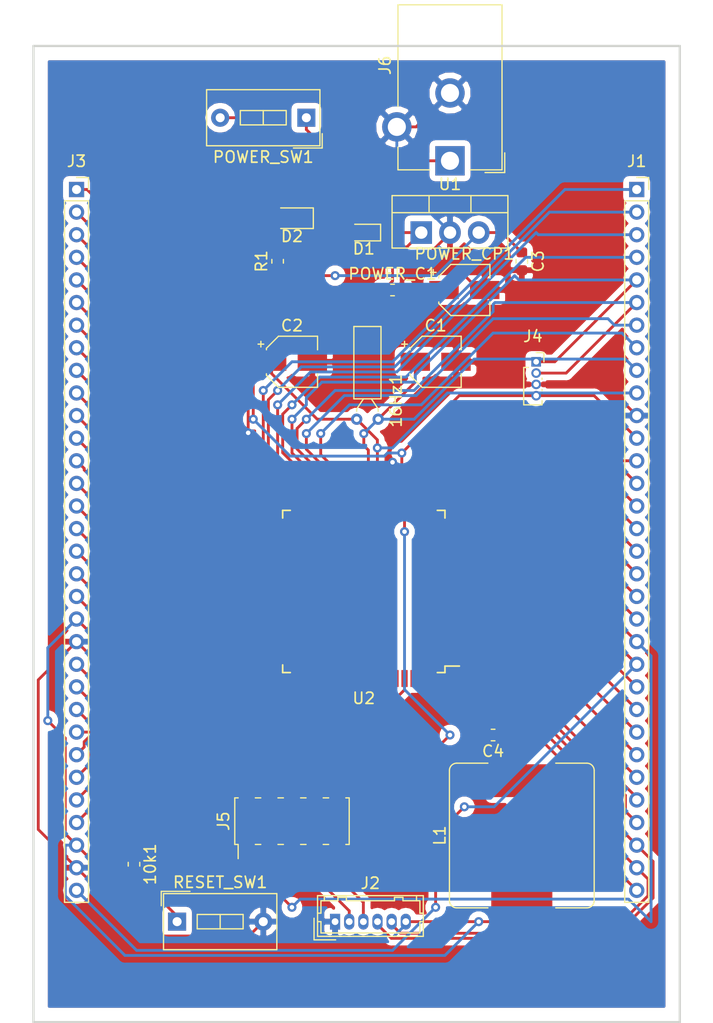
<source format=kicad_pcb>
(kicad_pcb (version 20171130) (host pcbnew "(5.0.0)")
  (title_block (title AVR_DEV_Borad) (date 2018-11-19) (company "make : UKC"))
  (layers (0 F.Cu signal) (31 B.Cu signal) (34 B.Paste user) (35 F.Paste user) (36 B.SilkS user) (37 F.SilkS user) (38 B.Mask user) (39 F.Mask user) (44 Edge.Cuts user))
  (net 0 "")
  (net 1 "Net-(10k1-Pad2)")
  (net 2 AREF)
  (net 3 XTAL1)
  (net 4 XTAL2)
  (net 5 GND)
  (net 6 AVCC)
  (net 7 "Net-(D1-Pad1)")
  (net 8 +12V)
  (net 9 "Net-(D2-Pad2)")
  (net 10 PEN)
  (net 11 PE0)
  (net 12 PE1)
  (net 13 PE2)
  (net 14 PE3)
  (net 15 PE4)
  (net 16 PE5)
  (net 17 PE6)
  (net 18 PE7)
  (net 19 PB0)
  (net 20 PB1)
  (net 21 MOSI)
  (net 22 PB3)
  (net 23 PB4)
  (net 24 PB5)
  (net 25 PB6)
  (net 26 PB7)
  (net 27 PG3)
  (net 28 PG4)
  (net 29 RESET)
  (net 30 PD0)
  (net 31 PD1)
  (net 32 PD2)
  (net 33 PD3)
  (net 34 PD4)
  (net 35 PD5)
  (net 36 PD6)
  (net 37 PD7)
  (net 38 PG0)
  (net 39 PG1)
  (net 40 PC0)
  (net 41 PC1)
  (net 42 PC2)
  (net 43 PC3)
  (net 44 PC4)
  (net 45 PC5)
  (net 46 PC6)
  (net 47 PC7)
  (net 48 PG2)
  (net 49 PA7)
  (net 50 PA6)
  (net 51 PA5)
  (net 52 PA4)
  (net 53 PA3)
  (net 54 PA2)
  (net 55 PA1)
  (net 56 PA0)
  (net 57 PF7)
  (net 58 PF6)
  (net 59 PF5)
  (net 60 PF4)
  (net 61 PF3)
  (net 62 PF2)
  (net 63 PF1)
  (net 64 PF0)
  (net 65 "Net-(J5-Pad3)")
  (net 66 MISO)
  (net 67 "Net-(J6-Pad1)")
  (module Resistor_SMD:R_0603_1608Metric (layer F.Cu) (at 134.62 113.03 270)
    (fp_text reference 10k1 (at 0 -1.43 270) (layer F.SilkS))
    (fp_text value R)
    (pad 2 smd roundrect (at 0.7875 0 270) (size 0.875 0.95) (layers F.Cu F.Paste F.Mask) (net 1 "Net-(10k1-Pad2)"))
    (pad 1 smd roundrect (at -0.7875 0 270) (size 0.875 0.95) (layers F.Cu F.Paste F.Mask) (net 2 AREF))
  )
  (module Crystal:Crystal_DS26_D2.0mm_L6.0mm_Horizontal (layer F.Cu) (at 156.21 73.66 180)
    (fp_text reference 16Hz1 (at -1.57 1.625 270) (layer F.SilkS))
    (fp_text value Crystal)
    (pad 1 thru_hole circle (at 0 0 180) (size 1 1) (drill 0.5) (layers *.Cu *.Mask) (net 3 XTAL1))
    (pad 2 thru_hole circle (at 1.9 0 180) (size 1 1) (drill 0.5) (layers *.Cu *.Mask) (net 4 XTAL2))
  )
  (module Capacitor_SMD:CP_Elec_4x3 (layer F.Cu) (at 161.29 68.58)
    (fp_text reference C1 (at 0 -3.2) (layer F.SilkS))
    (fp_text value 22pF)
    (pad 2 smd rect (at 1.8 0) (size 2.6 1.6) (layers F.Cu F.Paste F.Mask) (net 5 GND))
    (pad 1 smd rect (at -1.8 0) (size 2.6 1.6) (layers F.Cu F.Paste F.Mask) (net 3 XTAL1))
  )
  (module Capacitor_SMD:CP_Elec_4x3 (layer F.Cu) (at 148.59 68.58)
    (fp_text reference C2 (at 0 -3.2) (layer F.SilkS))
    (fp_text value 22pF)
    (pad 1 smd rect (at -1.8 0) (size 2.6 1.6) (layers F.Cu F.Paste F.Mask) (net 4 XTAL2))
    (pad 2 smd rect (at 1.8 0) (size 2.6 1.6) (layers F.Cu F.Paste F.Mask) (net 5 GND))
  )
  (module Capacitor_SMD:C_0603_1608Metric (layer F.Cu) (at 168.91 59.69 270)
    (fp_text reference C3 (at 0 -1.43 270) (layer F.SilkS))
    (fp_text value 0.1uF)
    (pad 1 smd roundrect (at -0.7875 0 270) (size 0.875 0.95) (layers F.Cu F.Paste F.Mask) (net 2 AREF))
    (pad 2 smd roundrect (at 0.7875 0 270) (size 0.875 0.95) (layers F.Cu F.Paste F.Mask) (net 5 GND))
  )
  (module Capacitor_SMD:C_0603_1608Metric (layer F.Cu) (at 166.37 101.6 180)
    (fp_text reference C4 (at 0 -1.43 180) (layer F.SilkS))
    (fp_text value 0.1uF)
    (pad 2 smd roundrect (at 0.7875 0 180) (size 0.875 0.95) (layers F.Cu F.Paste F.Mask) (net 5 GND))
    (pad 1 smd roundrect (at -0.7875 0 180) (size 0.875 0.95) (layers F.Cu F.Paste F.Mask) (net 6 AVCC))
  )
  (module Diode_SMD:D_0603_1608Metric (layer F.Cu) (at 154.94 57.15 180)
    (fp_text reference D1 (at 0 -1.43 180) (layer F.SilkS))
    (fp_text value D)
    (pad 1 smd roundrect (at -0.7875 0 180) (size 0.875 0.95) (layers F.Cu F.Paste F.Mask) (net 7 "Net-(D1-Pad1)"))
    (pad 2 smd roundrect (at 0.7875 0 180) (size 0.875 0.95) (layers F.Cu F.Paste F.Mask) (net 8 +12V))
  )
  (module LED_SMD:LED_0805_2012Metric_Castellated (layer F.Cu) (at 148.59 55.88 180)
    (fp_text reference D2 (at 0 -1.6 180) (layer F.SilkS))
    (fp_text value LED)
    (pad 1 smd roundrect (at -0.9625 0 180) (size 1.325 1.3) (layers F.Cu F.Paste F.Mask) (roundrect_rratio 0.192308) (net 5 GND))
    (pad 2 smd roundrect (at 0.9625 0 180) (size 1.325 1.3) (layers F.Cu F.Paste F.Mask) (roundrect_rratio 0.192308) (net 9 "Net-(D2-Pad2)"))
  )
  (module Connector_PinSocket_2.00mm:PinSocket_1x32_P2.00mm_Vertical (layer F.Cu) (at 179.07 53.34)
    (fp_text reference J1 (at 0 -2.5) (layer F.SilkS))
    (fp_text value Conn_01x32_Male)
    (pad 32 thru_hole oval (at 0 62) (size 1.35 1.35) (drill 0.8) (layers *.Cu *.Mask) (net 10 PEN))
    (pad 31 thru_hole oval (at 0 60) (size 1.35 1.35) (drill 0.8) (layers *.Cu *.Mask) (net 11 PE0))
    (pad 30 thru_hole oval (at 0 58) (size 1.35 1.35) (drill 0.8) (layers *.Cu *.Mask) (net 12 PE1))
    (pad 29 thru_hole oval (at 0 56) (size 1.35 1.35) (drill 0.8) (layers *.Cu *.Mask) (net 13 PE2))
    (pad 28 thru_hole oval (at 0 54) (size 1.35 1.35) (drill 0.8) (layers *.Cu *.Mask) (net 14 PE3))
    (pad 27 thru_hole oval (at 0 52) (size 1.35 1.35) (drill 0.8) (layers *.Cu *.Mask) (net 15 PE4))
    (pad 26 thru_hole oval (at 0 50) (size 1.35 1.35) (drill 0.8) (layers *.Cu *.Mask) (net 16 PE5))
    (pad 25 thru_hole oval (at 0 48) (size 1.35 1.35) (drill 0.8) (layers *.Cu *.Mask) (net 17 PE6))
    (pad 24 thru_hole oval (at 0 46) (size 1.35 1.35) (drill 0.8) (layers *.Cu *.Mask) (net 18 PE7))
    (pad 23 thru_hole oval (at 0 44) (size 1.35 1.35) (drill 0.8) (layers *.Cu *.Mask) (net 19 PB0))
    (pad 22 thru_hole oval (at 0 42) (size 1.35 1.35) (drill 0.8) (layers *.Cu *.Mask) (net 20 PB1))
    (pad 21 thru_hole oval (at 0 40) (size 1.35 1.35) (drill 0.8) (layers *.Cu *.Mask) (net 21 MOSI))
    (pad 20 thru_hole oval (at 0 38) (size 1.35 1.35) (drill 0.8) (layers *.Cu *.Mask) (net 22 PB3))
    (pad 19 thru_hole oval (at 0 36) (size 1.35 1.35) (drill 0.8) (layers *.Cu *.Mask) (net 23 PB4))
    (pad 18 thru_hole oval (at 0 34) (size 1.35 1.35) (drill 0.8) (layers *.Cu *.Mask) (net 24 PB5))
    (pad 17 thru_hole oval (at 0 32) (size 1.35 1.35) (drill 0.8) (layers *.Cu *.Mask) (net 25 PB6))
    (pad 16 thru_hole oval (at 0 30) (size 1.35 1.35) (drill 0.8) (layers *.Cu *.Mask) (net 26 PB7))
    (pad 15 thru_hole oval (at 0 28) (size 1.35 1.35) (drill 0.8) (layers *.Cu *.Mask) (net 27 PG3))
    (pad 14 thru_hole oval (at 0 26) (size 1.35 1.35) (drill 0.8) (layers *.Cu *.Mask) (net 28 PG4))
    (pad 13 thru_hole oval (at 0 24) (size 1.35 1.35) (drill 0.8) (layers *.Cu *.Mask) (net 29 RESET))
    (pad 12 thru_hole oval (at 0 22) (size 1.35 1.35) (drill 0.8) (layers *.Cu *.Mask) (net 2 AREF))
    (pad 11 thru_hole oval (at 0 20) (size 1.35 1.35) (drill 0.8) (layers *.Cu *.Mask) (net 5 GND))
    (pad 10 thru_hole oval (at 0 18) (size 1.35 1.35) (drill 0.8) (layers *.Cu *.Mask) (net 4 XTAL2))
    (pad 9 thru_hole oval (at 0 16) (size 1.35 1.35) (drill 0.8) (layers *.Cu *.Mask) (net 3 XTAL1))
    (pad 8 thru_hole oval (at 0 14) (size 1.35 1.35) (drill 0.8) (layers *.Cu *.Mask) (net 30 PD0))
    (pad 7 thru_hole oval (at 0 12) (size 1.35 1.35) (drill 0.8) (layers *.Cu *.Mask) (net 31 PD1))
    (pad 6 thru_hole oval (at 0 10) (size 1.35 1.35) (drill 0.8) (layers *.Cu *.Mask) (net 32 PD2))
    (pad 5 thru_hole oval (at 0 8) (size 1.35 1.35) (drill 0.8) (layers *.Cu *.Mask) (net 33 PD3))
    (pad 4 thru_hole oval (at 0 6) (size 1.35 1.35) (drill 0.8) (layers *.Cu *.Mask) (net 34 PD4))
    (pad 3 thru_hole oval (at 0 4) (size 1.35 1.35) (drill 0.8) (layers *.Cu *.Mask) (net 35 PD5))
    (pad 2 thru_hole oval (at 0 2) (size 1.35 1.35) (drill 0.8) (layers *.Cu *.Mask) (net 36 PD6))
    (pad 1 thru_hole rect (at 0 0) (size 1.35 1.35) (drill 0.8) (layers *.Cu *.Mask) (net 37 PD7))
  )
  (module Connector_Hirose:Hirose_DF13-06P-1.25DSA_1x06_P1.25mm_Vertical (layer F.Cu) (at 152.4 118.11)
    (fp_text reference J2 (at 3.12 -3.4) (layer F.SilkS))
    (fp_text value USART0)
    (pad 1 thru_hole rect (at 0 0) (size 0.9 1.4) (drill 0.6) (layers *.Cu *.Mask) (net 5 GND))
    (pad 2 thru_hole oval (at 1.25 0) (size 0.9 1.4) (drill 0.6) (layers *.Cu *.Mask) (net 29 RESET))
    (pad 3 thru_hole oval (at 2.5 0) (size 0.9 1.4) (drill 0.6) (layers *.Cu *.Mask) (net 20 PB1))
    (pad 4 thru_hole oval (at 3.75 0) (size 0.9 1.4) (drill 0.6) (layers *.Cu *.Mask) (net 12 PE1))
    (pad 5 thru_hole oval (at 5 0) (size 0.9 1.4) (drill 0.6) (layers *.Cu *.Mask) (net 11 PE0))
    (pad 6 thru_hole oval (at 6.25 0) (size 0.9 1.4) (drill 0.6) (layers *.Cu *.Mask) (net 2 AREF))
  )
  (module Connector_PinSocket_2.00mm:PinSocket_1x32_P2.00mm_Vertical (layer F.Cu) (at 129.54 53.34)
    (fp_text reference J3 (at 0 -2.5) (layer F.SilkS))
    (fp_text value Conn_01x32_Male)
    (pad 1 thru_hole rect (at 0 0) (size 1.35 1.35) (drill 0.8) (layers *.Cu *.Mask) (net 38 PG0))
    (pad 2 thru_hole oval (at 0 2) (size 1.35 1.35) (drill 0.8) (layers *.Cu *.Mask) (net 39 PG1))
    (pad 3 thru_hole oval (at 0 4) (size 1.35 1.35) (drill 0.8) (layers *.Cu *.Mask) (net 40 PC0))
    (pad 4 thru_hole oval (at 0 6) (size 1.35 1.35) (drill 0.8) (layers *.Cu *.Mask) (net 41 PC1))
    (pad 5 thru_hole oval (at 0 8) (size 1.35 1.35) (drill 0.8) (layers *.Cu *.Mask) (net 42 PC2))
    (pad 6 thru_hole oval (at 0 10) (size 1.35 1.35) (drill 0.8) (layers *.Cu *.Mask) (net 43 PC3))
    (pad 7 thru_hole oval (at 0 12) (size 1.35 1.35) (drill 0.8) (layers *.Cu *.Mask) (net 44 PC4))
    (pad 8 thru_hole oval (at 0 14) (size 1.35 1.35) (drill 0.8) (layers *.Cu *.Mask) (net 45 PC5))
    (pad 9 thru_hole oval (at 0 16) (size 1.35 1.35) (drill 0.8) (layers *.Cu *.Mask) (net 46 PC6))
    (pad 10 thru_hole oval (at 0 18) (size 1.35 1.35) (drill 0.8) (layers *.Cu *.Mask) (net 47 PC7))
    (pad 11 thru_hole oval (at 0 20) (size 1.35 1.35) (drill 0.8) (layers *.Cu *.Mask) (net 48 PG2))
    (pad 12 thru_hole oval (at 0 22) (size 1.35 1.35) (drill 0.8) (layers *.Cu *.Mask) (net 49 PA7))
    (pad 13 thru_hole oval (at 0 24) (size 1.35 1.35) (drill 0.8) (layers *.Cu *.Mask) (net 50 PA6))
    (pad 14 thru_hole oval (at 0 26) (size 1.35 1.35) (drill 0.8) (layers *.Cu *.Mask) (net 51 PA5))
    (pad 15 thru_hole oval (at 0 28) (size 1.35 1.35) (drill 0.8) (layers *.Cu *.Mask) (net 52 PA4))
    (pad 16 thru_hole oval (at 0 30) (size 1.35 1.35) (drill 0.8) (layers *.Cu *.Mask) (net 53 PA3))
    (pad 17 thru_hole oval (at 0 32) (size 1.35 1.35) (drill 0.8) (layers *.Cu *.Mask) (net 54 PA2))
    (pad 18 thru_hole oval (at 0 34) (size 1.35 1.35) (drill 0.8) (layers *.Cu *.Mask) (net 55 PA1))
    (pad 19 thru_hole oval (at 0 36) (size 1.35 1.35) (drill 0.8) (layers *.Cu *.Mask) (net 56 PA0))
    (pad 20 thru_hole oval (at 0 38) (size 1.35 1.35) (drill 0.8) (layers *.Cu *.Mask) (net 2 AREF))
    (pad 21 thru_hole oval (at 0 40) (size 1.35 1.35) (drill 0.8) (layers *.Cu *.Mask) (net 5 GND))
    (pad 22 thru_hole oval (at 0 42) (size 1.35 1.35) (drill 0.8) (layers *.Cu *.Mask) (net 57 PF7))
    (pad 23 thru_hole oval (at 0 44) (size 1.35 1.35) (drill 0.8) (layers *.Cu *.Mask) (net 58 PF6))
    (pad 24 thru_hole oval (at 0 46) (size 1.35 1.35) (drill 0.8) (layers *.Cu *.Mask) (net 59 PF5))
    (pad 25 thru_hole oval (at 0 48) (size 1.35 1.35) (drill 0.8) (layers *.Cu *.Mask) (net 60 PF4))
    (pad 26 thru_hole oval (at 0 50) (size 1.35 1.35) (drill 0.8) (layers *.Cu *.Mask) (net 61 PF3))
    (pad 27 thru_hole oval (at 0 52) (size 1.35 1.35) (drill 0.8) (layers *.Cu *.Mask) (net 62 PF2))
    (pad 28 thru_hole oval (at 0 54) (size 1.35 1.35) (drill 0.8) (layers *.Cu *.Mask) (net 63 PF1))
    (pad 29 thru_hole oval (at 0 56) (size 1.35 1.35) (drill 0.8) (layers *.Cu *.Mask) (net 64 PF0))
    (pad 30 thru_hole oval (at 0 58) (size 1.35 1.35) (drill 0.8) (layers *.Cu *.Mask) (net 2 AREF))
    (pad 31 thru_hole oval (at 0 60) (size 1.35 1.35) (drill 0.8) (layers *.Cu *.Mask) (net 5 GND))
    (pad 32 thru_hole oval (at 0 62) (size 1.35 1.35) (drill 0.8) (layers *.Cu *.Mask) (net 6 AVCC))
  )
  (module Connector_PinSocket_1.00mm:PinSocket_1x04_P1.00mm_Vertical (layer F.Cu) (at 170.18 68.58)
    (fp_text reference J4 (at -0.29 -2.25) (layer F.SilkS))
    (fp_text value UART1)
    (pad 1 thru_hole rect (at 0 0) (size 0.85 0.85) (drill 0.5) (layers *.Cu *.Mask) (net 33 PD3))
    (pad 2 thru_hole oval (at 0 1) (size 0.85 0.85) (drill 0.5) (layers *.Cu *.Mask) (net 32 PD2))
    (pad 3 thru_hole oval (at 0 2) (size 0.85 0.85) (drill 0.5) (layers *.Cu *.Mask) (net 5 GND))
    (pad 4 thru_hole oval (at 0 3) (size 0.85 0.85) (drill 0.5) (layers *.Cu *.Mask) (net 2 AREF))
  )
  (module Connector_PinHeader_2.00mm:PinHeader_2x05_P2.00mm_Vertical_SMD (layer F.Cu) (at 148.59 109.22 90)
    (fp_text reference J5 (at 0 -6.06 90) (layer F.SilkS))
    (fp_text value "Ateml AVRISP")
    (pad 1 smd rect (at -2.085 -4 90) (size 2.58 1) (layers F.Cu F.Paste F.Mask) (net 21 MOSI))
    (pad 2 smd rect (at 2.085 -4 90) (size 2.58 1) (layers F.Cu F.Paste F.Mask) (net 2 AREF))
    (pad 3 smd rect (at -2.085 -2 90) (size 2.58 1) (layers F.Cu F.Paste F.Mask) (net 65 "Net-(J5-Pad3)"))
    (pad 4 smd rect (at 2.085 -2 90) (size 2.58 1) (layers F.Cu F.Paste F.Mask) (net 5 GND))
    (pad 5 smd rect (at -2.085 0 90) (size 2.58 1) (layers F.Cu F.Paste F.Mask) (net 29 RESET))
    (pad 6 smd rect (at 2.085 0 90) (size 2.58 1) (layers F.Cu F.Paste F.Mask) (net 5 GND))
    (pad 7 smd rect (at -2.085 2 90) (size 2.58 1) (layers F.Cu F.Paste F.Mask) (net 20 PB1))
    (pad 8 smd rect (at 2.085 2 90) (size 2.58 1) (layers F.Cu F.Paste F.Mask) (net 5 GND))
    (pad 9 smd rect (at -2.085 4 90) (size 2.58 1) (layers F.Cu F.Paste F.Mask) (net 66 MISO))
    (pad 10 smd rect (at 2.085 4 90) (size 2.58 1) (layers F.Cu F.Paste F.Mask) (net 5 GND))
  )
  (module Connector_BarrelJack:BarrelJack_CUI_PJ-102AH_Horizontal (layer F.Cu) (at 162.56 50.8 180)
    (fp_text reference J6 (at 5.75 8.45 270) (layer F.SilkS))
    (fp_text value Barrel_Jack_Switch)
    (pad 1 thru_hole rect (at 0 0 180) (size 2.6 2.6) (drill 1.6) (layers *.Cu *.Mask) (net 67 "Net-(J6-Pad1)"))
    (pad 2 thru_hole circle (at 0 6 180) (size 2.6 2.6) (drill 1.6) (layers *.Cu *.Mask) (net 5 GND))
    (pad 3 thru_hole circle (at 4.7 3 180) (size 2.6 2.6) (drill 1.6) (layers *.Cu *.Mask) (net 5 GND))
  )
  (module Inductor_SMD:L_Bourns_SRR1260 (layer F.Cu) (at 168.91 110.49 90)
    (fp_text reference L1 (at 0 -7.25 90) (layer F.SilkS))
    (fp_text value L)
    (pad 2 smd rect (at 4.85 0 90) (size 2.9 5.4) (layers F.Cu F.Paste F.Mask) (net 6 AVCC))
    (pad 1 smd rect (at -4.85 0 90) (size 2.9 5.4) (layers F.Cu F.Paste F.Mask) (net 2 AREF))
  )
  (module Capacitor_SMD:C_0603_1608Metric (layer F.Cu) (at 157.48 62.23)
    (fp_text reference POWER_C1 (at 0 -1.43) (layer F.SilkS))
    (fp_text value 0.1uF)
    (pad 1 smd roundrect (at -0.7875 0) (size 0.875 0.95) (layers F.Cu F.Paste F.Mask) (net 7 "Net-(D1-Pad1)"))
    (pad 2 smd roundrect (at 0.7875 0) (size 0.875 0.95) (layers F.Cu F.Paste F.Mask) (net 5 GND))
  )
  (module Capacitor_SMD:CP_Elec_4x5.8 (layer F.Cu) (at 163.83 62.23)
    (fp_text reference POWER_CP1 (at 0 -3.2) (layer F.SilkS))
    (fp_text value 47uF/25V)
    (pad 1 smd rect (at -1.8 0) (size 2.6 1.6) (layers F.Cu F.Paste F.Mask) (net 7 "Net-(D1-Pad1)"))
    (pad 2 smd rect (at 1.8 0) (size 2.6 1.6) (layers F.Cu F.Paste F.Mask) (net 5 GND))
  )
  (module Buttons_Switches_THT:SW_DIP_x1_W7.62mm_Slide (layer F.Cu) (at 149.86 46.99 180)
    (fp_text reference POWER_SW1 (at 3.81 -3.48 180) (layer F.SilkS))
    (fp_text value SW_DIP_x01)
    (pad 2 thru_hole oval (at 7.62 0 180) (size 1.6 1.6) (drill 0.8) (layers *.Cu *.Mask) (net 8 +12V))
    (pad 1 thru_hole rect (at 0 0 180) (size 1.6 1.6) (drill 0.8) (layers *.Cu *.Mask) (net 67 "Net-(J6-Pad1)"))
  )
  (module Resistor_SMD:R_0603_1608Metric (layer F.Cu) (at 147.32 59.69 90)
    (fp_text reference R1 (at 0 -1.43 90) (layer F.SilkS))
    (fp_text value 330R)
    (pad 1 smd roundrect (at -0.7875 0 90) (size 0.875 0.95) (layers F.Cu F.Paste F.Mask) (net 2 AREF))
    (pad 2 smd roundrect (at 0.7875 0 90) (size 0.875 0.95) (layers F.Cu F.Paste F.Mask) (net 9 "Net-(D2-Pad2)"))
  )
  (module Buttons_Switches_THT:SW_DIP_x1_W7.62mm_Slide (layer F.Cu) (at 138.43 118.11)
    (fp_text reference RESET_SW1 (at 3.81 -3.48) (layer F.SilkS))
    (fp_text value SW_DIP_x01)
    (pad 1 thru_hole rect (at 0 0) (size 1.6 1.6) (drill 0.8) (layers *.Cu *.Mask) (net 1 "Net-(10k1-Pad2)"))
    (pad 2 thru_hole oval (at 7.62 0) (size 1.6 1.6) (drill 0.8) (layers *.Cu *.Mask) (net 5 GND))
  )
  (module Package_TO_SOT_THT:TO-220-3_Vertical (layer F.Cu) (at 160.02 57.15)
    (fp_text reference U1 (at 2.54 -4.27) (layer F.SilkS))
    (fp_text value L7805)
    (pad 1 thru_hole rect (at 0 0) (size 1.905 2) (drill 1.1) (layers *.Cu *.Mask) (net 7 "Net-(D1-Pad1)"))
    (pad 2 thru_hole oval (at 2.54 0) (size 1.905 2) (drill 1.1) (layers *.Cu *.Mask) (net 5 GND))
    (pad 3 thru_hole oval (at 5.08 0) (size 1.905 2) (drill 1.1) (layers *.Cu *.Mask) (net 2 AREF))
  )
  (module Package_QFP:TQFP-64_14x14mm_P0.8mm (layer F.Cu) (at 154.94 88.9 180)
    (fp_text reference U2 (at 0 -9.45 180) (layer F.SilkS))
    (fp_text value ATmega128-16AU)
    (pad 1 smd rect (at -7.7 -6 180) (size 1.5 0.55) (layers F.Cu F.Paste F.Mask) (net 10 PEN))
    (pad 2 smd rect (at -7.7 -5.2 180) (size 1.5 0.55) (layers F.Cu F.Paste F.Mask) (net 11 PE0))
    (pad 3 smd rect (at -7.7 -4.4 180) (size 1.5 0.55) (layers F.Cu F.Paste F.Mask) (net 12 PE1))
    (pad 4 smd rect (at -7.7 -3.6 180) (size 1.5 0.55) (layers F.Cu F.Paste F.Mask) (net 13 PE2))
    (pad 5 smd rect (at -7.7 -2.8 180) (size 1.5 0.55) (layers F.Cu F.Paste F.Mask) (net 14 PE3))
    (pad 6 smd rect (at -7.7 -2 180) (size 1.5 0.55) (layers F.Cu F.Paste F.Mask) (net 15 PE4))
    (pad 7 smd rect (at -7.7 -1.2 180) (size 1.5 0.55) (layers F.Cu F.Paste F.Mask) (net 16 PE5))
    (pad 8 smd rect (at -7.7 -0.4 180) (size 1.5 0.55) (layers F.Cu F.Paste F.Mask) (net 17 PE6))
    (pad 9 smd rect (at -7.7 0.4 180) (size 1.5 0.55) (layers F.Cu F.Paste F.Mask) (net 18 PE7))
    (pad 10 smd rect (at -7.7 1.2 180) (size 1.5 0.55) (layers F.Cu F.Paste F.Mask) (net 19 PB0))
    (pad 11 smd rect (at -7.7 2 180) (size 1.5 0.55) (layers F.Cu F.Paste F.Mask) (net 20 PB1))
    (pad 12 smd rect (at -7.7 2.8 180) (size 1.5 0.55) (layers F.Cu F.Paste F.Mask) (net 21 MOSI))
    (pad 13 smd rect (at -7.7 3.6 180) (size 1.5 0.55) (layers F.Cu F.Paste F.Mask) (net 22 PB3))
    (pad 14 smd rect (at -7.7 4.4 180) (size 1.5 0.55) (layers F.Cu F.Paste F.Mask) (net 23 PB4))
    (pad 15 smd rect (at -7.7 5.2 180) (size 1.5 0.55) (layers F.Cu F.Paste F.Mask) (net 24 PB5))
    (pad 16 smd rect (at -7.7 6 180) (size 1.5 0.55) (layers F.Cu F.Paste F.Mask) (net 25 PB6))
    (pad 17 smd rect (at -6 7.7 270) (size 1.5 0.55) (layers F.Cu F.Paste F.Mask) (net 26 PB7))
    (pad 18 smd rect (at -5.2 7.7 270) (size 1.5 0.55) (layers F.Cu F.Paste F.Mask) (net 27 PG3))
    (pad 19 smd rect (at -4.4 7.7 270) (size 1.5 0.55) (layers F.Cu F.Paste F.Mask) (net 28 PG4))
    (pad 20 smd rect (at -3.6 7.7 270) (size 1.5 0.55) (layers F.Cu F.Paste F.Mask) (net 29 RESET))
    (pad 21 smd rect (at -2.8 7.7 270) (size 1.5 0.55) (layers F.Cu F.Paste F.Mask) (net 2 AREF))
    (pad 22 smd rect (at -2 7.7 270) (size 1.5 0.55) (layers F.Cu F.Paste F.Mask) (net 5 GND))
    (pad 23 smd rect (at -1.2 7.7 270) (size 1.5 0.55) (layers F.Cu F.Paste F.Mask) (net 4 XTAL2))
    (pad 24 smd rect (at -0.4 7.7 270) (size 1.5 0.55) (layers F.Cu F.Paste F.Mask) (net 3 XTAL1))
    (pad 25 smd rect (at 0.4 7.7 270) (size 1.5 0.55) (layers F.Cu F.Paste F.Mask) (net 30 PD0))
    (pad 26 smd rect (at 1.2 7.7 270) (size 1.5 0.55) (layers F.Cu F.Paste F.Mask) (net 31 PD1))
    (pad 27 smd rect (at 2 7.7 270) (size 1.5 0.55) (layers F.Cu F.Paste F.Mask) (net 32 PD2))
    (pad 28 smd rect (at 2.8 7.7 270) (size 1.5 0.55) (layers F.Cu F.Paste F.Mask) (net 33 PD3))
    (pad 29 smd rect (at 3.6 7.7 270) (size 1.5 0.55) (layers F.Cu F.Paste F.Mask) (net 34 PD4))
    (pad 30 smd rect (at 4.4 7.7 270) (size 1.5 0.55) (layers F.Cu F.Paste F.Mask) (net 35 PD5))
    (pad 31 smd rect (at 5.2 7.7 270) (size 1.5 0.55) (layers F.Cu F.Paste F.Mask) (net 36 PD6))
    (pad 32 smd rect (at 6 7.7 270) (size 1.5 0.55) (layers F.Cu F.Paste F.Mask) (net 37 PD7))
    (pad 33 smd rect (at 7.7 6 180) (size 1.5 0.55) (layers F.Cu F.Paste F.Mask) (net 38 PG0))
    (pad 34 smd rect (at 7.7 5.2 180) (size 1.5 0.55) (layers F.Cu F.Paste F.Mask) (net 39 PG1))
    (pad 35 smd rect (at 7.7 4.4 180) (size 1.5 0.55) (layers F.Cu F.Paste F.Mask) (net 40 PC0))
    (pad 36 smd rect (at 7.7 3.6 180) (size 1.5 0.55) (layers F.Cu F.Paste F.Mask) (net 41 PC1))
    (pad 37 smd rect (at 7.7 2.8 180) (size 1.5 0.55) (layers F.Cu F.Paste F.Mask) (net 42 PC2))
    (pad 38 smd rect (at 7.7 2 180) (size 1.5 0.55) (layers F.Cu F.Paste F.Mask) (net 43 PC3))
    (pad 39 smd rect (at 7.7 1.2 180) (size 1.5 0.55) (layers F.Cu F.Paste F.Mask) (net 44 PC4))
    (pad 40 smd rect (at 7.7 0.4 180) (size 1.5 0.55) (layers F.Cu F.Paste F.Mask) (net 45 PC5))
    (pad 41 smd rect (at 7.7 -0.4 180) (size 1.5 0.55) (layers F.Cu F.Paste F.Mask) (net 46 PC6))
    (pad 42 smd rect (at 7.7 -1.2 180) (size 1.5 0.55) (layers F.Cu F.Paste F.Mask) (net 47 PC7))
    (pad 43 smd rect (at 7.7 -2 180) (size 1.5 0.55) (layers F.Cu F.Paste F.Mask) (net 48 PG2))
    (pad 44 smd rect (at 7.7 -2.8 180) (size 1.5 0.55) (layers F.Cu F.Paste F.Mask) (net 49 PA7))
    (pad 45 smd rect (at 7.7 -3.6 180) (size 1.5 0.55) (layers F.Cu F.Paste F.Mask) (net 50 PA6))
    (pad 46 smd rect (at 7.7 -4.4 180) (size 1.5 0.55) (layers F.Cu F.Paste F.Mask) (net 51 PA5))
    (pad 47 smd rect (at 7.7 -5.2 180) (size 1.5 0.55) (layers F.Cu F.Paste F.Mask) (net 52 PA4))
    (pad 48 smd rect (at 7.7 -6 180) (size 1.5 0.55) (layers F.Cu F.Paste F.Mask) (net 53 PA3))
    (pad 49 smd rect (at 6 -7.7 270) (size 1.5 0.55) (layers F.Cu F.Paste F.Mask) (net 54 PA2))
    (pad 50 smd rect (at 5.2 -7.7 270) (size 1.5 0.55) (layers F.Cu F.Paste F.Mask) (net 55 PA1))
    (pad 51 smd rect (at 4.4 -7.7 270) (size 1.5 0.55) (layers F.Cu F.Paste F.Mask) (net 56 PA0))
    (pad 52 smd rect (at 3.6 -7.7 270) (size 1.5 0.55) (layers F.Cu F.Paste F.Mask) (net 2 AREF))
    (pad 53 smd rect (at 2.8 -7.7 270) (size 1.5 0.55) (layers F.Cu F.Paste F.Mask) (net 5 GND))
    (pad 54 smd rect (at 2 -7.7 270) (size 1.5 0.55) (layers F.Cu F.Paste F.Mask) (net 57 PF7))
    (pad 55 smd rect (at 1.2 -7.7 270) (size 1.5 0.55) (layers F.Cu F.Paste F.Mask) (net 58 PF6))
    (pad 56 smd rect (at 0.4 -7.7 270) (size 1.5 0.55) (layers F.Cu F.Paste F.Mask) (net 59 PF5))
    (pad 57 smd rect (at -0.4 -7.7 270) (size 1.5 0.55) (layers F.Cu F.Paste F.Mask) (net 60 PF4))
    (pad 58 smd rect (at -1.2 -7.7 270) (size 1.5 0.55) (layers F.Cu F.Paste F.Mask) (net 61 PF3))
    (pad 59 smd rect (at -2 -7.7 270) (size 1.5 0.55) (layers F.Cu F.Paste F.Mask) (net 62 PF2))
    (pad 60 smd rect (at -2.8 -7.7 270) (size 1.5 0.55) (layers F.Cu F.Paste F.Mask) (net 63 PF1))
    (pad 61 smd rect (at -3.6 -7.7 270) (size 1.5 0.55) (layers F.Cu F.Paste F.Mask) (net 64 PF0))
    (pad 62 smd rect (at -4.4 -7.7 270) (size 1.5 0.55) (layers F.Cu F.Paste F.Mask) (net 2 AREF))
    (pad 63 smd rect (at -5.2 -7.7 270) (size 1.5 0.55) (layers F.Cu F.Paste F.Mask) (net 5 GND))
    (pad 64 smd rect (at -6 -7.7 270) (size 1.5 0.55) (layers F.Cu F.Paste F.Mask) (net 6 AVCC))
  )
  (gr_line (start 182.88 127) (end 182.88 40.64) (layer Edge.Cuts) (width 0.2))
  (gr_line (start 125.73 127) (end 182.88 127) (layer Edge.Cuts) (width 0.2))
  (gr_line (start 125.73 40.64) (end 125.73 127) (layer Edge.Cuts) (width 0.2))
  (gr_line (start 182.88 40.64) (end 125.73 40.64) (layer Edge.Cuts) (width 0.2))
  (segment (start 138.43 117.6275) (end 138.43 118.11) (width 0.25) (layer F.Cu) (net 1))
  (segment (start 134.62 113.8175) (end 138.43 117.6275) (width 0.25) (layer F.Cu) (net 1))
  (segment (start 167.1575 57.15) (end 168.91 58.9025) (width 0.25) (layer F.Cu) (net 2))
  (segment (start 165.1 57.15) (end 167.1575 57.15) (width 0.25) (layer F.Cu) (net 2))
  (segment (start 165.1 57.1975) (end 161.3375 60.96) (width 0.25) (layer B.Cu) (net 2))
  (segment (start 165.1 57.15) (end 165.1 57.1975) (width 0.25) (layer B.Cu) (net 2))
  (segment (start 161.3375 60.96) (end 152.4 60.96) (width 0.25) (layer B.Cu) (net 2))
  (segment (start 152.4 60.96) (end 152.4 60.96) (width 0.25) (layer B.Cu) (net 2))
  (via (at 152.4 60.96) (size 0.8) (drill 0.4) (layers F.Cu B.Cu) (net 2))
  (segment (start 147.8025 60.96) (end 147.32 60.4775) (width 0.25) (layer F.Cu) (net 2))
  (segment (start 152.4 60.96) (end 147.8025 60.96) (width 0.25) (layer F.Cu) (net 2))
  (segment (start 145.164999 62.632501) (end 145.164999 73.66) (width 0.25) (layer F.Cu) (net 2))
  (segment (start 147.32 60.4775) (end 145.164999 62.632501) (width 0.25) (layer F.Cu) (net 2))
  (via (at 145.164999 73.66) (size 0.8) (drill 0.4) (layers F.Cu B.Cu) (net 2))
  (segment (start 156.754999 76.925001) (end 157.02999 76.65001) (width 0.25) (layer B.Cu) (net 2))
  (segment (start 145.164999 73.66) (end 148.43 76.925001) (width 0.25) (layer B.Cu) (net 2))
  (segment (start 148.43 76.925001) (end 156.754999 76.925001) (width 0.25) (layer B.Cu) (net 2))
  (segment (start 157.02999 76.65001) (end 157.48 76.65001) (width 0.25) (layer B.Cu) (net 2))
  (segment (start 157.48 76.65001) (end 158.29999 76.65001) (width 0.25) (layer B.Cu) (net 2))
  (segment (start 158.29999 76.65001) (end 158.29999 76.65001) (width 0.25) (layer B.Cu) (net 2))
  (via (at 158.29999 76.65001) (size 0.8) (drill 0.4) (layers F.Cu B.Cu) (net 2))
  (segment (start 157.74 80.389998) (end 157.74 81.2) (width 0.25) (layer F.Cu) (net 2))
  (segment (start 158.29999 79.830008) (end 157.74 80.389998) (width 0.25) (layer F.Cu) (net 2))
  (segment (start 158.29999 76.65001) (end 158.29999 79.830008) (width 0.25) (layer F.Cu) (net 2))
  (segment (start 175.31 71.58) (end 170.18 71.58) (width 0.25) (layer F.Cu) (net 2))
  (segment (start 179.07 75.34) (end 175.31 71.58) (width 0.25) (layer F.Cu) (net 2))
  (segment (start 163.37 71.58) (end 158.29999 76.65001) (width 0.25) (layer F.Cu) (net 2))
  (segment (start 170.18 71.58) (end 163.37 71.58) (width 0.25) (layer F.Cu) (net 2))
  (segment (start 130.214999 92.014999) (end 129.54 91.34) (width 0.25) (layer F.Cu) (net 2))
  (segment (start 136.890018 98.690018) (end 130.214999 92.014999) (width 0.25) (layer F.Cu) (net 2))
  (segment (start 150.249982 98.690018) (end 136.890018 98.690018) (width 0.25) (layer F.Cu) (net 2))
  (segment (start 151.34 97.6) (end 150.249982 98.690018) (width 0.25) (layer F.Cu) (net 2))
  (segment (start 151.34 96.6) (end 151.34 97.6) (width 0.25) (layer F.Cu) (net 2))
  (segment (start 128.539999 110.339999) (end 128.539999 101.869999) (width 0.25) (layer F.Cu) (net 2))
  (segment (start 129.54 111.34) (end 128.539999 110.339999) (width 0.25) (layer F.Cu) (net 2))
  (segment (start 128.539999 101.869999) (end 127 100.33) (width 0.25) (layer F.Cu) (net 2))
  (segment (start 127 100.33) (end 127 100.33) (width 0.25) (layer F.Cu) (net 2))
  (via (at 127 100.33) (size 0.8) (drill 0.4) (layers F.Cu B.Cu) (net 2))
  (segment (start 127 93.88) (end 129.54 91.34) (width 0.25) (layer B.Cu) (net 2))
  (segment (start 127 100.33) (end 127 93.88) (width 0.25) (layer B.Cu) (net 2))
  (segment (start 130.4425 112.2425) (end 134.62 112.2425) (width 0.25) (layer F.Cu) (net 2))
  (segment (start 129.54 111.34) (end 130.4425 112.2425) (width 0.25) (layer F.Cu) (net 2))
  (segment (start 143.84 107.135) (end 143.385 106.68) (width 0.25) (layer F.Cu) (net 2))
  (segment (start 144.59 107.135) (end 143.84 107.135) (width 0.25) (layer F.Cu) (net 2))
  (segment (start 143.385 106.68) (end 139.7 106.68) (width 0.25) (layer F.Cu) (net 2))
  (segment (start 139.7 107.1625) (end 134.62 112.2425) (width 0.25) (layer F.Cu) (net 2))
  (segment (start 139.7 106.68) (end 139.7 107.1625) (width 0.25) (layer F.Cu) (net 2))
  (segment (start 168.91 117.04) (end 168.91 115.34) (width 0.25) (layer F.Cu) (net 2))
  (segment (start 167.84 118.11) (end 168.91 117.04) (width 0.25) (layer F.Cu) (net 2))
  (segment (start 158.65 118.11) (end 165.1 118.11) (width 0.25) (layer F.Cu) (net 2))
  (segment (start 158.65 118.36) (end 157.63 119.38) (width 0.25) (layer B.Cu) (net 2))
  (segment (start 158.65 118.11) (end 158.65 118.36) (width 0.25) (layer B.Cu) (net 2))
  (segment (start 133.820008 121.10001) (end 162.10999 121.10001) (width 0.25) (layer B.Cu) (net 2))
  (segment (start 128.539999 115.820001) (end 133.820008 121.10001) (width 0.25) (layer B.Cu) (net 2))
  (segment (start 128.539999 111.385407) (end 128.539999 115.820001) (width 0.25) (layer B.Cu) (net 2))
  (segment (start 129.54 111.34) (end 128.585406 111.34) (width 0.25) (layer B.Cu) (net 2))
  (segment (start 128.585406 111.34) (end 128.539999 111.385407) (width 0.25) (layer B.Cu) (net 2))
  (segment (start 162.10999 121.10001) (end 165.1 118.11) (width 0.25) (layer B.Cu) (net 2))
  (segment (start 165.1 118.11) (end 167.84 118.11) (width 0.25) (layer F.Cu) (net 2))
  (via (at 165.1 118.11) (size 0.8) (drill 0.4) (layers F.Cu B.Cu) (net 2))
  (segment (start 159.49 70.38) (end 156.21 73.66) (width 0.25) (layer F.Cu) (net 3))
  (segment (start 159.49 68.58) (end 159.49 70.38) (width 0.25) (layer F.Cu) (net 3))
  (segment (start 154.94 74.93) (end 154.94 74.93) (width 0.25) (layer F.Cu) (net 3))
  (via (at 154.94 74.93) (size 0.8) (drill 0.4) (layers F.Cu B.Cu) (net 3))
  (segment (start 154.94 74.93) (end 156.21 73.66) (width 0.25) (layer B.Cu) (net 3))
  (segment (start 155.34 76.39) (end 154.94 75.99) (width 0.25) (layer F.Cu) (net 3))
  (segment (start 155.34 77.39) (end 155.34 76.39) (width 0.25) (layer F.Cu) (net 3))
  (segment (start 154.94 75.99) (end 154.94 74.93) (width 0.25) (layer F.Cu) (net 3))
  (segment (start 155.34 77.39) (end 155.34 81.2) (width 0.25) (layer F.Cu) (net 3))
  (segment (start 156.917106 73.66) (end 156.21 73.66) (width 0.25) (layer B.Cu) (net 3))
  (segment (start 159.38641 73.66) (end 156.917106 73.66) (width 0.25) (layer B.Cu) (net 3))
  (segment (start 164.706411 68.339999) (end 159.38641 73.66) (width 0.25) (layer B.Cu) (net 3))
  (segment (start 178.069999 68.339999) (end 164.706411 68.339999) (width 0.25) (layer B.Cu) (net 3))
  (segment (start 179.07 69.34) (end 178.069999 68.339999) (width 0.25) (layer B.Cu) (net 3))
  (segment (start 153.602894 73.66) (end 154.31 73.66) (width 0.25) (layer F.Cu) (net 4))
  (segment (start 150.82 73.66) (end 153.602894 73.66) (width 0.25) (layer F.Cu) (net 4))
  (segment (start 146.79 69.63) (end 150.82 73.66) (width 0.25) (layer F.Cu) (net 4))
  (segment (start 146.79 68.58) (end 146.79 69.63) (width 0.25) (layer F.Cu) (net 4))
  (segment (start 156.14 77.39) (end 156.14 76.2) (width 0.25) (layer F.Cu) (net 4))
  (segment (start 156.14 75.49) (end 154.31 73.66) (width 0.25) (layer F.Cu) (net 4))
  (segment (start 156.14 77.39) (end 156.14 81.2) (width 0.25) (layer F.Cu) (net 4))
  (segment (start 156.14 76.2) (end 156.14 75.49) (width 0.25) (layer F.Cu) (net 4))
  (via (at 156.14 76.2) (size 0.8) (drill 0.4) (layers F.Cu B.Cu) (net 4))
  (segment (start 179.07 71.34) (end 162.34282 71.34) (width 0.25) (layer B.Cu) (net 4))
  (segment (start 157.48282 76.2) (end 156.14 76.2) (width 0.25) (layer B.Cu) (net 4))
  (segment (start 162.34282 71.34) (end 157.48282 76.2) (width 0.25) (layer B.Cu) (net 4))
  (segment (start 162.56 57.1025) (end 162.56 57.15) (width 0.25) (layer B.Cu) (net 5))
  (segment (start 161.3575 55.9) (end 162.56 57.1025) (width 0.25) (layer B.Cu) (net 5))
  (segment (start 161.31 55.9) (end 161.3575 55.9) (width 0.25) (layer B.Cu) (net 5))
  (segment (start 157.86 52.45) (end 161.31 55.9) (width 0.25) (layer B.Cu) (net 5))
  (segment (start 157.86 47.8) (end 157.86 52.45) (width 0.25) (layer B.Cu) (net 5))
  (segment (start 158.2675 61.655) (end 158.2675 62.23) (width 0.25) (layer F.Cu) (net 5))
  (segment (start 158.2675 61.49) (end 158.2675 61.655) (width 0.25) (layer F.Cu) (net 5))
  (segment (start 162.56 57.1975) (end 158.2675 61.49) (width 0.25) (layer F.Cu) (net 5))
  (segment (start 162.56 57.15) (end 162.56 57.1975) (width 0.25) (layer F.Cu) (net 5))
  (segment (start 165.13 62.23) (end 165.63 62.23) (width 0.25) (layer F.Cu) (net 5))
  (segment (start 162.56 59.66) (end 165.13 62.23) (width 0.25) (layer F.Cu) (net 5))
  (segment (start 162.56 57.15) (end 162.56 59.66) (width 0.25) (layer F.Cu) (net 5))
  (segment (start 156.948516 63.73001) (end 152.4 59.181494) (width 0.25) (layer F.Cu) (net 5))
  (segment (start 165.63 62.23) (end 165.63 63.28) (width 0.25) (layer F.Cu) (net 5))
  (segment (start 165.63 63.28) (end 165.17999 63.73001) (width 0.25) (layer F.Cu) (net 5))
  (segment (start 152.4 58.7275) (end 149.5525 55.88) (width 0.25) (layer F.Cu) (net 5))
  (segment (start 152.4 59.181494) (end 152.4 58.7275) (width 0.25) (layer F.Cu) (net 5))
  (segment (start 165.63 61.18) (end 165.63 62.23) (width 0.25) (layer F.Cu) (net 5))
  (segment (start 166.3325 60.4775) (end 165.63 61.18) (width 0.25) (layer F.Cu) (net 5))
  (segment (start 168.91 60.4775) (end 166.3325 60.4775) (width 0.25) (layer F.Cu) (net 5))
  (segment (start 152.098526 68.58) (end 150.39 68.58) (width 0.25) (layer F.Cu) (net 5))
  (segment (start 156.948516 63.73001) (end 152.098526 68.58) (width 0.25) (layer F.Cu) (net 5))
  (segment (start 165.1 65.52) (end 165.1 63.73001) (width 0.25) (layer F.Cu) (net 5))
  (segment (start 163.09 67.53) (end 165.1 65.52) (width 0.25) (layer F.Cu) (net 5))
  (segment (start 163.09 68.58) (end 163.09 67.53) (width 0.25) (layer F.Cu) (net 5))
  (segment (start 165.17999 63.73001) (end 165.1 63.73001) (width 0.25) (layer F.Cu) (net 5))
  (segment (start 165.1 63.73001) (end 156.948516 63.73001) (width 0.25) (layer F.Cu) (net 5))
  (segment (start 144.714989 57.166821) (end 144.714989 74.864989) (width 0.25) (layer F.Cu) (net 5))
  (segment (start 147.27181 54.61) (end 144.714989 57.166821) (width 0.25) (layer F.Cu) (net 5))
  (segment (start 149.5525 55.88) (end 148.2825 54.61) (width 0.25) (layer F.Cu) (net 5))
  (segment (start 148.2825 54.61) (end 147.27181 54.61) (width 0.25) (layer F.Cu) (net 5))
  (segment (start 144.714989 74.864989) (end 144.78 74.93) (width 0.25) (layer F.Cu) (net 5))
  (segment (start 144.714989 74.864989) (end 144.714989 74.864989) (width 0.25) (layer F.Cu) (net 5))
  (via (at 144.714989 74.864989) (size 0.8) (drill 0.4) (layers F.Cu B.Cu) (net 5))
  (segment (start 144.714989 74.864989) (end 147.32 77.47) (width 0.25) (layer B.Cu) (net 5))
  (segment (start 147.32 77.47) (end 157.48 77.47) (width 0.25) (layer B.Cu) (net 5))
  (segment (start 157.48 77.47) (end 157.48 77.47) (width 0.25) (layer B.Cu) (net 5))
  (via (at 157.48 77.47) (size 0.8) (drill 0.4) (layers F.Cu B.Cu) (net 5))
  (segment (start 156.94 78.01) (end 156.94 81.2) (width 0.25) (layer F.Cu) (net 5))
  (segment (start 157.48 77.47) (end 156.94 78.01) (width 0.25) (layer F.Cu) (net 5))
  (segment (start 169.57896 70.58) (end 170.18 70.58) (width 0.25) (layer F.Cu) (net 5))
  (segment (start 166.64 70.58) (end 169.57896 70.58) (width 0.25) (layer F.Cu) (net 5))
  (segment (start 164.64 68.58) (end 166.64 70.58) (width 0.25) (layer F.Cu) (net 5))
  (segment (start 163.09 68.58) (end 164.64 68.58) (width 0.25) (layer F.Cu) (net 5))
  (segment (start 176.31 70.58) (end 179.07 73.34) (width 0.25) (layer F.Cu) (net 5))
  (segment (start 170.18 70.58) (end 176.31 70.58) (width 0.25) (layer F.Cu) (net 5))
  (segment (start 130.214999 94.014999) (end 129.54 93.34) (width 0.25) (layer F.Cu) (net 5))
  (segment (start 135.340028 99.140028) (end 130.214999 94.014999) (width 0.25) (layer F.Cu) (net 5))
  (segment (start 150.599972 99.140028) (end 135.340028 99.140028) (width 0.25) (layer F.Cu) (net 5))
  (segment (start 152.14 97.6) (end 150.599972 99.140028) (width 0.25) (layer F.Cu) (net 5))
  (segment (start 152.14 96.6) (end 152.14 97.6) (width 0.25) (layer F.Cu) (net 5))
  (segment (start 128.865001 94.014999) (end 129.54 93.34) (width 0.25) (layer F.Cu) (net 5))
  (segment (start 126.15501 96.72499) (end 128.865001 94.014999) (width 0.25) (layer F.Cu) (net 5))
  (segment (start 126.15501 109.95501) (end 126.15501 96.72499) (width 0.25) (layer F.Cu) (net 5))
  (segment (start 129.54 113.34) (end 126.15501 109.95501) (width 0.25) (layer F.Cu) (net 5))
  (segment (start 146.05 118.11) (end 152.4 118.11) (width 0.25) (layer F.Cu) (net 5))
  (segment (start 165.045 101.6) (end 165.5825 101.6) (width 0.25) (layer F.Cu) (net 5))
  (segment (start 164.14 101.6) (end 165.045 101.6) (width 0.25) (layer F.Cu) (net 5))
  (segment (start 160.14 97.6) (end 164.14 101.6) (width 0.25) (layer F.Cu) (net 5))
  (segment (start 160.14 96.6) (end 160.14 97.6) (width 0.25) (layer F.Cu) (net 5))
  (segment (start 160.0475 107.135) (end 165.5825 101.6) (width 0.25) (layer F.Cu) (net 5))
  (segment (start 152.59 107.135) (end 160.0475 107.135) (width 0.25) (layer F.Cu) (net 5))
  (segment (start 152.59 107.135) (end 150.59 107.135) (width 0.25) (layer F.Cu) (net 5))
  (segment (start 150.59 107.135) (end 148.59 107.135) (width 0.25) (layer F.Cu) (net 5))
  (segment (start 148.59 107.135) (end 146.59 107.135) (width 0.25) (layer F.Cu) (net 5))
  (segment (start 130.214999 114.014999) (end 129.54 113.34) (width 0.25) (layer F.Cu) (net 5))
  (segment (start 135.58 119.38) (end 130.214999 114.014999) (width 0.25) (layer F.Cu) (net 5))
  (segment (start 144.78 119.38) (end 135.58 119.38) (width 0.25) (layer F.Cu) (net 5))
  (segment (start 146.05 118.11) (end 144.78 119.38) (width 0.25) (layer F.Cu) (net 5))
  (segment (start 159.56 47.8) (end 157.86 47.8) (width 0.25) (layer F.Cu) (net 5))
  (segment (start 162.56 44.8) (end 159.56 47.8) (width 0.25) (layer F.Cu) (net 5))
  (segment (start 162.1575 96.6) (end 167.1575 101.6) (width 0.25) (layer F.Cu) (net 6))
  (segment (start 160.94 96.6) (end 162.1575 96.6) (width 0.25) (layer F.Cu) (net 6))
  (segment (start 167.1575 103.8875) (end 168.91 105.64) (width 0.25) (layer F.Cu) (net 6))
  (segment (start 167.1575 101.6) (end 167.1575 103.8875) (width 0.25) (layer F.Cu) (net 6))
  (segment (start 168.91 107.34) (end 161.29 114.96) (width 0.25) (layer F.Cu) (net 6))
  (segment (start 168.91 105.64) (end 168.91 107.34) (width 0.25) (layer F.Cu) (net 6))
  (segment (start 161.29 114.96) (end 161.29 116.84) (width 0.25) (layer F.Cu) (net 6))
  (segment (start 161.29 116.84) (end 161.29 116.84) (width 0.25) (layer F.Cu) (net 6))
  (via (at 161.29 116.84) (size 0.8) (drill 0.4) (layers F.Cu B.Cu) (net 6))
  (segment (start 130.214999 116.014999) (end 129.54 115.34) (width 0.25) (layer B.Cu) (net 6))
  (segment (start 134.85 120.65) (end 130.214999 116.014999) (width 0.25) (layer B.Cu) (net 6))
  (segment (start 157.48 120.65) (end 134.85 120.65) (width 0.25) (layer B.Cu) (net 6))
  (segment (start 161.29 116.84) (end 157.48 120.65) (width 0.25) (layer B.Cu) (net 6))
  (segment (start 160.02 57.15) (end 155.7275 57.15) (width 0.25) (layer F.Cu) (net 7))
  (segment (start 160.02 57.15) (end 158.75 58.42) (width 0.25) (layer F.Cu) (net 7))
  (segment (start 158.75 58.42) (end 157.48 58.42) (width 0.25) (layer F.Cu) (net 7))
  (segment (start 157.48 61.4425) (end 156.6925 62.23) (width 0.25) (layer F.Cu) (net 7))
  (segment (start 157.48 58.42) (end 157.48 61.4425) (width 0.25) (layer F.Cu) (net 7))
  (segment (start 157.154112 62.691612) (end 156.6925 62.23) (width 0.25) (layer F.Cu) (net 7))
  (segment (start 157.7425 63.28) (end 157.154112 62.691612) (width 0.25) (layer F.Cu) (net 7))
  (segment (start 160.48 63.28) (end 157.7425 63.28) (width 0.25) (layer F.Cu) (net 7))
  (segment (start 161.53 62.23) (end 160.48 63.28) (width 0.25) (layer F.Cu) (net 7))
  (segment (start 162.03 62.23) (end 161.53 62.23) (width 0.25) (layer F.Cu) (net 7))
  (segment (start 142.24 46.99) (end 146.05 46.99) (width 0.25) (layer F.Cu) (net 8))
  (segment (start 146.05 49.0475) (end 147.8025 50.8) (width 0.25) (layer F.Cu) (net 8))
  (segment (start 146.05 46.99) (end 146.05 49.0475) (width 0.25) (layer F.Cu) (net 8))
  (segment (start 147.8025 50.8) (end 154.1525 57.15) (width 0.25) (layer F.Cu) (net 8))
  (segment (start 147.32 56.1875) (end 147.6275 55.88) (width 0.25) (layer F.Cu) (net 9))
  (segment (start 147.32 58.9025) (end 147.32 56.1875) (width 0.25) (layer F.Cu) (net 9))
  (segment (start 163.64 94.9) (end 165.1 96.36) (width 0.25) (layer F.Cu) (net 10))
  (segment (start 162.64 94.9) (end 163.64 94.9) (width 0.25) (layer F.Cu) (net 10))
  (segment (start 176.53 112.8) (end 176.53 107.95) (width 0.25) (layer F.Cu) (net 10))
  (segment (start 179.07 115.34) (end 176.53 112.8) (width 0.25) (layer F.Cu) (net 10))
  (segment (start 176.53 107.95) (end 171.45 102.87) (width 0.25) (layer F.Cu) (net 10))
  (segment (start 165.1 96.36) (end 165.1 96.52) (width 0.25) (layer F.Cu) (net 10))
  (segment (start 165.1 96.52) (end 171.45 102.87) (width 0.25) (layer F.Cu) (net 10))
  (segment (start 178.395001 112.665001) (end 179.07 113.34) (width 0.25) (layer F.Cu) (net 11))
  (segment (start 177.169979 111.439979) (end 178.395001 112.665001) (width 0.25) (layer F.Cu) (net 11))
  (segment (start 177.169979 107.629979) (end 177.169979 111.439979) (width 0.25) (layer F.Cu) (net 11))
  (segment (start 163.64 94.1) (end 177.169979 107.629979) (width 0.25) (layer F.Cu) (net 11))
  (segment (start 162.64 94.1) (end 163.64 94.1) (width 0.25) (layer F.Cu) (net 11))
  (segment (start 179.744999 114.014999) (end 179.07 113.34) (width 0.25) (layer F.Cu) (net 11))
  (segment (start 180.070001 114.340001) (end 179.744999 114.014999) (width 0.25) (layer F.Cu) (net 11))
  (segment (start 180.070001 115.820001) (end 180.070001 114.340001) (width 0.25) (layer F.Cu) (net 11))
  (segment (start 176.754992 119.13501) (end 180.070001 115.820001) (width 0.25) (layer F.Cu) (net 11))
  (segment (start 158.17501 119.13501) (end 176.754992 119.13501) (width 0.25) (layer F.Cu) (net 11))
  (segment (start 157.4 118.36) (end 158.17501 119.13501) (width 0.25) (layer F.Cu) (net 11))
  (segment (start 157.4 118.11) (end 157.4 118.36) (width 0.25) (layer F.Cu) (net 11))
  (segment (start 163.64 93.3) (end 162.64 93.3) (width 0.25) (layer F.Cu) (net 12))
  (segment (start 177.619989 107.279989) (end 163.64 93.3) (width 0.25) (layer F.Cu) (net 12))
  (segment (start 177.619989 109.889989) (end 177.619989 107.279989) (width 0.25) (layer F.Cu) (net 12))
  (segment (start 179.07 111.34) (end 177.619989 109.889989) (width 0.25) (layer F.Cu) (net 12))
  (segment (start 180.520011 112.790011) (end 179.744999 112.014999) (width 0.25) (layer F.Cu) (net 12))
  (segment (start 179.744999 112.014999) (end 179.07 111.34) (width 0.25) (layer F.Cu) (net 12))
  (segment (start 180.520011 116.006401) (end 180.520011 112.790011) (width 0.25) (layer F.Cu) (net 12))
  (segment (start 176.941393 119.585019) (end 180.520011 116.006401) (width 0.25) (layer F.Cu) (net 12))
  (segment (start 157.37502 119.58502) (end 176.941393 119.585019) (width 0.25) (layer F.Cu) (net 12))
  (segment (start 156.15 118.36) (end 157.37502 119.58502) (width 0.25) (layer F.Cu) (net 12))
  (segment (start 156.15 118.11) (end 156.15 118.36) (width 0.25) (layer F.Cu) (net 12))
  (segment (start 178.069999 108.339999) (end 179.07 109.34) (width 0.25) (layer F.Cu) (net 13))
  (segment (start 178.069999 106.929999) (end 178.069999 108.339999) (width 0.25) (layer F.Cu) (net 13))
  (segment (start 163.64 92.5) (end 178.069999 106.929999) (width 0.25) (layer F.Cu) (net 13))
  (segment (start 162.64 92.5) (end 163.64 92.5) (width 0.25) (layer F.Cu) (net 13))
  (segment (start 163.64 91.7) (end 179.07 107.13) (width 0.25) (layer F.Cu) (net 14))
  (segment (start 162.64 91.7) (end 163.64 91.7) (width 0.25) (layer F.Cu) (net 14))
  (segment (start 164.63 90.9) (end 179.07 105.34) (width 0.25) (layer F.Cu) (net 15))
  (segment (start 162.64 90.9) (end 164.63 90.9) (width 0.25) (layer F.Cu) (net 15))
  (segment (start 165.83 90.1) (end 179.07 103.34) (width 0.25) (layer F.Cu) (net 16))
  (segment (start 162.64 90.1) (end 165.83 90.1) (width 0.25) (layer F.Cu) (net 16))
  (segment (start 167.03 89.3) (end 179.07 101.34) (width 0.25) (layer F.Cu) (net 17))
  (segment (start 162.64 89.3) (end 167.03 89.3) (width 0.25) (layer F.Cu) (net 17))
  (segment (start 168.23 88.5) (end 179.07 99.34) (width 0.25) (layer F.Cu) (net 18))
  (segment (start 162.64 88.5) (end 168.23 88.5) (width 0.25) (layer F.Cu) (net 18))
  (segment (start 169.43 87.7) (end 179.07 97.34) (width 0.25) (layer F.Cu) (net 19))
  (segment (start 162.64 87.7) (end 169.43 87.7) (width 0.25) (layer F.Cu) (net 19))
  (segment (start 170.63 86.9) (end 179.07 95.34) (width 0.25) (layer F.Cu) (net 20))
  (segment (start 162.64 86.9) (end 170.63 86.9) (width 0.25) (layer F.Cu) (net 20))
  (segment (start 154.9 117.16) (end 154.9 118.11) (width 0.25) (layer F.Cu) (net 20))
  (segment (start 154.9 116.405) (end 154.9 117.16) (width 0.25) (layer F.Cu) (net 20))
  (segment (start 150.59 112.095) (end 154.9 116.405) (width 0.25) (layer F.Cu) (net 20))
  (segment (start 150.59 111.305) (end 150.59 112.095) (width 0.25) (layer F.Cu) (net 20))
  (segment (start 152.354999 108.750001) (end 163.029999 108.750001) (width 0.25) (layer F.Cu) (net 20))
  (segment (start 150.59 111.305) (end 150.59 110.515) (width 0.25) (layer F.Cu) (net 20))
  (segment (start 150.59 110.515) (end 152.354999 108.750001) (width 0.25) (layer F.Cu) (net 20))
  (segment (start 163.029999 108.750001) (end 163.83 107.95) (width 0.25) (layer F.Cu) (net 20))
  (segment (start 163.83 107.95) (end 163.83 107.95) (width 0.25) (layer F.Cu) (net 20))
  (via (at 163.83 107.95) (size 0.8) (drill 0.4) (layers F.Cu B.Cu) (net 20))
  (segment (start 166.46 107.95) (end 179.07 95.34) (width 0.25) (layer B.Cu) (net 20))
  (segment (start 163.83 107.95) (end 166.46 107.95) (width 0.25) (layer B.Cu) (net 20))
  (segment (start 171.83 86.1) (end 179.07 93.34) (width 0.25) (layer F.Cu) (net 21))
  (segment (start 162.64 86.1) (end 171.83 86.1) (width 0.25) (layer F.Cu) (net 21))
  (segment (start 144.59 112.845) (end 148.585 116.84) (width 0.25) (layer F.Cu) (net 21))
  (segment (start 144.59 111.305) (end 144.59 112.845) (width 0.25) (layer F.Cu) (net 21))
  (segment (start 148.585 116.84) (end 148.585 116.84) (width 0.25) (layer F.Cu) (net 21))
  (via (at 148.585 116.84) (size 0.8) (drill 0.4) (layers F.Cu B.Cu) (net 21))
  (segment (start 149.310001 116.114999) (end 178.344999 116.114999) (width 0.25) (layer B.Cu) (net 21))
  (segment (start 148.585 116.84) (end 149.310001 116.114999) (width 0.25) (layer B.Cu) (net 21))
  (segment (start 178.344999 116.114999) (end 180.34 118.11) (width 0.25) (layer B.Cu) (net 21))
  (segment (start 180.34 94.61) (end 179.07 93.34) (width 0.25) (layer B.Cu) (net 21))
  (segment (start 180.34 118.11) (end 180.34 94.61) (width 0.25) (layer B.Cu) (net 21))
  (segment (start 173.03 85.3) (end 179.07 91.34) (width 0.25) (layer F.Cu) (net 22))
  (segment (start 162.64 85.3) (end 173.03 85.3) (width 0.25) (layer F.Cu) (net 22))
  (segment (start 174.23 84.5) (end 179.07 89.34) (width 0.25) (layer F.Cu) (net 23))
  (segment (start 162.64 84.5) (end 174.23 84.5) (width 0.25) (layer F.Cu) (net 23))
  (segment (start 175.43 83.7) (end 179.07 87.34) (width 0.25) (layer F.Cu) (net 24))
  (segment (start 162.64 83.7) (end 175.43 83.7) (width 0.25) (layer F.Cu) (net 24))
  (segment (start 176.63 82.9) (end 179.07 85.34) (width 0.25) (layer F.Cu) (net 25))
  (segment (start 162.64 82.9) (end 176.63 82.9) (width 0.25) (layer F.Cu) (net 25))
  (segment (start 160.94 80.2) (end 161.13 80.01) (width 0.25) (layer F.Cu) (net 26))
  (segment (start 160.94 81.2) (end 160.94 80.2) (width 0.25) (layer F.Cu) (net 26))
  (segment (start 175.74 80.01) (end 179.07 83.34) (width 0.25) (layer F.Cu) (net 26))
  (segment (start 161.13 80.01) (end 175.74 80.01) (width 0.25) (layer F.Cu) (net 26))
  (segment (start 160.14 81.2) (end 160.14 80.2) (width 0.25) (layer F.Cu) (net 27))
  (segment (start 160.14 80.2) (end 161.6 78.74) (width 0.25) (layer F.Cu) (net 27))
  (segment (start 176.47 78.74) (end 179.07 81.34) (width 0.25) (layer F.Cu) (net 27))
  (segment (start 161.6 78.74) (end 176.47 78.74) (width 0.25) (layer F.Cu) (net 27))
  (segment (start 159.34 80.2) (end 161.74999 77.79001) (width 0.25) (layer F.Cu) (net 28))
  (segment (start 159.34 81.2) (end 159.34 80.2) (width 0.25) (layer F.Cu) (net 28))
  (segment (start 177.52001 77.79001) (end 179.07 79.34) (width 0.25) (layer F.Cu) (net 28))
  (segment (start 161.74999 77.79001) (end 177.52001 77.79001) (width 0.25) (layer F.Cu) (net 28))
  (segment (start 178.115406 77.34) (end 179.07 77.34) (width 0.25) (layer F.Cu) (net 29))
  (segment (start 161.426408 77.34) (end 178.115406 77.34) (width 0.25) (layer F.Cu) (net 29))
  (segment (start 158.54 80.226408) (end 161.426408 77.34) (width 0.25) (layer F.Cu) (net 29))
  (segment (start 158.54 81.2) (end 158.54 80.226408) (width 0.25) (layer F.Cu) (net 29))
  (segment (start 153.65 117.16) (end 153.65 118.11) (width 0.25) (layer F.Cu) (net 29))
  (segment (start 153.65 117.155) (end 153.65 117.16) (width 0.25) (layer F.Cu) (net 29))
  (segment (start 148.59 112.095) (end 153.65 117.155) (width 0.25) (layer F.Cu) (net 29))
  (segment (start 148.59 111.305) (end 148.59 112.095) (width 0.25) (layer F.Cu) (net 29))
  (segment (start 147.579978 103.77002) (end 160.38998 103.77002) (width 0.25) (layer F.Cu) (net 29))
  (segment (start 148.59 110.515) (end 146.825001 108.750001) (width 0.25) (layer F.Cu) (net 29))
  (segment (start 148.59 111.305) (end 148.59 110.515) (width 0.25) (layer F.Cu) (net 29))
  (segment (start 146.825001 108.750001) (end 145.829999 108.750001) (width 0.25) (layer F.Cu) (net 29))
  (segment (start 145.829999 108.750001) (end 145.764999 108.685001) (width 0.25) (layer F.Cu) (net 29))
  (segment (start 145.764999 108.685001) (end 145.764999 105.584999) (width 0.25) (layer F.Cu) (net 29))
  (segment (start 145.764999 105.584999) (end 147.579978 103.77002) (width 0.25) (layer F.Cu) (net 29))
  (segment (start 160.38998 103.77002) (end 162.56 101.6) (width 0.25) (layer F.Cu) (net 29))
  (segment (start 158.54 81.2) (end 158.54 83.61) (width 0.25) (layer F.Cu) (net 29))
  (segment (start 158.54 83.61) (end 158.75 83.82) (width 0.25) (layer F.Cu) (net 29))
  (segment (start 158.54 83.61) (end 158.54 83.61) (width 0.25) (layer F.Cu) (net 29))
  (via (at 158.54 83.61) (size 0.8) (drill 0.4) (layers F.Cu B.Cu) (net 29))
  (segment (start 158.54 83.61) (end 158.54 97.58) (width 0.25) (layer B.Cu) (net 29))
  (segment (start 158.54 97.58) (end 162.56 101.6) (width 0.25) (layer B.Cu) (net 29))
  (segment (start 162.56 101.6) (end 162.56 101.6) (width 0.25) (layer F.Cu) (net 29))
  (via (at 162.56 101.6) (size 0.8) (drill 0.4) (layers F.Cu B.Cu) (net 29))
  (segment (start 154.54 80.2) (end 151.13 76.79) (width 0.25) (layer F.Cu) (net 30))
  (segment (start 154.54 81.2) (end 154.54 80.2) (width 0.25) (layer F.Cu) (net 30))
  (segment (start 151.13 76.79) (end 151.13 74.93) (width 0.25) (layer F.Cu) (net 30))
  (segment (start 151.13 74.93) (end 151.13 74.93) (width 0.25) (layer F.Cu) (net 30))
  (via (at 151.13 74.93) (size 0.8) (drill 0.4) (layers F.Cu B.Cu) (net 30))
  (segment (start 151.13 74.93) (end 153.67 72.39) (width 0.25) (layer B.Cu) (net 30))
  (segment (start 153.67 72.39) (end 160.02 72.39) (width 0.25) (layer B.Cu) (net 30))
  (segment (start 160.02 72.39) (end 166.37 66.04) (width 0.25) (layer B.Cu) (net 30))
  (segment (start 177.77 66.04) (end 179.07 67.34) (width 0.25) (layer B.Cu) (net 30))
  (segment (start 166.37 66.04) (end 177.77 66.04) (width 0.25) (layer B.Cu) (net 30))
  (segment (start 153.74 80.2) (end 149.86 76.32) (width 0.25) (layer F.Cu) (net 31))
  (segment (start 153.74 81.2) (end 153.74 80.2) (width 0.25) (layer F.Cu) (net 31))
  (segment (start 149.86 76.32) (end 149.86 74.93) (width 0.25) (layer F.Cu) (net 31))
  (segment (start 149.86 74.93) (end 149.86 74.93) (width 0.25) (layer F.Cu) (net 31))
  (via (at 149.86 74.93) (size 0.8) (drill 0.4) (layers F.Cu B.Cu) (net 31))
  (segment (start 177.1 65.34) (end 179.07 65.34) (width 0.25) (layer B.Cu) (net 31))
  (segment (start 176.53 64.77) (end 177.1 65.34) (width 0.25) (layer B.Cu) (net 31))
  (segment (start 166.37282 64.77) (end 176.53 64.77) (width 0.25) (layer B.Cu) (net 31))
  (segment (start 159.572811 71.570009) (end 166.37282 64.77) (width 0.25) (layer B.Cu) (net 31))
  (segment (start 149.86 74.93) (end 153.21999 71.57001) (width 0.25) (layer B.Cu) (net 31))
  (segment (start 153.21999 71.57001) (end 159.572811 71.570009) (width 0.25) (layer B.Cu) (net 31))
  (segment (start 152.94 81.2) (end 152.94 80.2) (width 0.25) (layer F.Cu) (net 32))
  (segment (start 152.94 80.2) (end 149.04001 76.30001) (width 0.25) (layer F.Cu) (net 32))
  (segment (start 149.04001 76.30001) (end 149.04001 74.47999) (width 0.25) (layer F.Cu) (net 32))
  (segment (start 149.04001 74.47999) (end 149.86 73.66) (width 0.25) (layer F.Cu) (net 32))
  (segment (start 149.86 73.66) (end 149.86 73.66) (width 0.25) (layer F.Cu) (net 32))
  (via (at 149.86 73.66) (size 0.8) (drill 0.4) (layers F.Cu B.Cu) (net 32))
  (segment (start 166.53282 63.34) (end 179.07 63.34) (width 0.25) (layer B.Cu) (net 32))
  (segment (start 166.37 63.50282) (end 166.53282 63.34) (width 0.25) (layer B.Cu) (net 32))
  (segment (start 166.37 64.13641) (end 166.37 63.50282) (width 0.25) (layer B.Cu) (net 32))
  (segment (start 159.38641 71.12) (end 166.37 64.13641) (width 0.25) (layer B.Cu) (net 32))
  (segment (start 149.86 73.66) (end 152.4 71.12) (width 0.25) (layer B.Cu) (net 32))
  (segment (start 152.4 71.12) (end 159.38641 71.12) (width 0.25) (layer B.Cu) (net 32))
  (segment (start 172.83 69.58) (end 179.07 63.34) (width 0.25) (layer F.Cu) (net 32))
  (segment (start 170.18 69.58) (end 172.83 69.58) (width 0.25) (layer F.Cu) (net 32))
  (segment (start 152.14 80.2) (end 148.59 76.65) (width 0.25) (layer F.Cu) (net 33))
  (segment (start 152.14 81.2) (end 152.14 80.2) (width 0.25) (layer F.Cu) (net 33))
  (segment (start 148.59 76.65) (end 148.59 73.66) (width 0.25) (layer F.Cu) (net 33))
  (segment (start 148.59 73.66) (end 148.59 73.66) (width 0.25) (layer F.Cu) (net 33))
  (via (at 148.59 73.66) (size 0.8) (drill 0.4) (layers F.Cu B.Cu) (net 33))
  (segment (start 149.86 72.39) (end 149.86 71.75641) (width 0.25) (layer B.Cu) (net 33))
  (segment (start 148.59 73.66) (end 149.86 72.39) (width 0.25) (layer B.Cu) (net 33))
  (segment (start 151.236372 70.380038) (end 159.489962 70.380038) (width 0.25) (layer B.Cu) (net 33))
  (segment (start 149.86 71.75641) (end 151.236372 70.380038) (width 0.25) (layer B.Cu) (net 33))
  (segment (start 159.489962 69.746448) (end 168.27641 60.96) (width 0.25) (layer B.Cu) (net 33))
  (segment (start 159.489962 70.380038) (end 159.489962 69.746448) (width 0.25) (layer B.Cu) (net 33))
  (segment (start 168.65641 61.34) (end 179.07 61.34) (width 0.25) (layer B.Cu) (net 33))
  (segment (start 168.27641 60.96) (end 168.65641 61.34) (width 0.25) (layer B.Cu) (net 33))
  (segment (start 171.83 68.58) (end 179.07 61.34) (width 0.25) (layer F.Cu) (net 33))
  (segment (start 170.18 68.58) (end 171.83 68.58) (width 0.25) (layer F.Cu) (net 33))
  (segment (start 151.34 80.2) (end 147.77001 76.63001) (width 0.25) (layer F.Cu) (net 34))
  (segment (start 151.34 81.2) (end 151.34 80.2) (width 0.25) (layer F.Cu) (net 34))
  (segment (start 147.77001 76.63001) (end 147.77001 73.20999) (width 0.25) (layer F.Cu) (net 34))
  (segment (start 147.77001 73.20999) (end 148.59 72.39) (width 0.25) (layer F.Cu) (net 34))
  (segment (start 148.59 72.39) (end 148.59 72.39) (width 0.25) (layer F.Cu) (net 34))
  (via (at 148.59 72.39) (size 0.8) (drill 0.4) (layers F.Cu B.Cu) (net 34))
  (segment (start 169.26 59.34) (end 179.07 59.34) (width 0.25) (layer B.Cu) (net 34))
  (segment (start 158.669972 69.930028) (end 169.26 59.34) (width 0.25) (layer B.Cu) (net 34))
  (segment (start 148.59 72.39) (end 151.049972 69.930028) (width 0.25) (layer B.Cu) (net 34))
  (segment (start 151.049972 69.930028) (end 158.669972 69.930028) (width 0.25) (layer B.Cu) (net 34))
  (segment (start 150.54 80.2) (end 147.32 76.98) (width 0.25) (layer F.Cu) (net 35))
  (segment (start 150.54 81.2) (end 150.54 80.2) (width 0.25) (layer F.Cu) (net 35))
  (segment (start 147.32 76.98) (end 147.32 76.2) (width 0.25) (layer F.Cu) (net 35))
  (segment (start 147.32 76.2) (end 147.32 72.39) (width 0.25) (layer F.Cu) (net 35))
  (segment (start 147.32 72.39) (end 147.32 72.39) (width 0.25) (layer F.Cu) (net 35))
  (via (at 147.32 72.39) (size 0.8) (drill 0.4) (layers F.Cu B.Cu) (net 35))
  (segment (start 170.37 57.34) (end 179.07 57.34) (width 0.25) (layer B.Cu) (net 35))
  (segment (start 170.18141 57.15141) (end 170.37 57.34) (width 0.25) (layer B.Cu) (net 35))
  (segment (start 157.852802 69.480018) (end 170.18141 57.15141) (width 0.25) (layer B.Cu) (net 35))
  (segment (start 147.32 72.39) (end 150.229982 69.480018) (width 0.25) (layer B.Cu) (net 35))
  (segment (start 150.229982 69.480018) (end 157.852802 69.480018) (width 0.25) (layer B.Cu) (net 35))
  (segment (start 149.74 81.2) (end 149.74 80.2) (width 0.25) (layer F.Cu) (net 36))
  (segment (start 149.74 80.2) (end 146.50001 76.96001) (width 0.25) (layer F.Cu) (net 36))
  (segment (start 146.50001 76.96001) (end 146.50001 71.93999) (width 0.25) (layer F.Cu) (net 36))
  (segment (start 146.50001 71.93999) (end 147.32 71.12) (width 0.25) (layer F.Cu) (net 36))
  (segment (start 147.32 71.12) (end 147.32 71.12) (width 0.25) (layer F.Cu) (net 36))
  (via (at 147.32 71.12) (size 0.8) (drill 0.4) (layers F.Cu B.Cu) (net 36))
  (segment (start 171.35641 55.34) (end 179.07 55.34) (width 0.25) (layer B.Cu) (net 36))
  (segment (start 157.666401 69.030009) (end 171.35641 55.34) (width 0.25) (layer B.Cu) (net 36))
  (segment (start 147.32 71.12) (end 149.40999 69.03001) (width 0.25) (layer B.Cu) (net 36))
  (segment (start 149.40999 69.03001) (end 157.666401 69.030009) (width 0.25) (layer B.Cu) (net 36))
  (segment (start 148.94 80.2) (end 146.05 77.31) (width 0.25) (layer F.Cu) (net 37))
  (segment (start 148.94 81.2) (end 148.94 80.2) (width 0.25) (layer F.Cu) (net 37))
  (segment (start 146.05 77.31) (end 146.05 71.12) (width 0.25) (layer F.Cu) (net 37))
  (segment (start 146.05 71.12) (end 146.05 71.12) (width 0.25) (layer F.Cu) (net 37))
  (via (at 146.05 71.12) (size 0.8) (drill 0.4) (layers F.Cu B.Cu) (net 37))
  (segment (start 172.72 53.34) (end 179.07 53.34) (width 0.25) (layer B.Cu) (net 37))
  (segment (start 157.48 68.58) (end 172.72 53.34) (width 0.25) (layer B.Cu) (net 37))
  (segment (start 146.05 71.12) (end 148.59 68.58) (width 0.25) (layer B.Cu) (net 37))
  (segment (start 148.59 68.58) (end 157.48 68.58) (width 0.25) (layer B.Cu) (net 37))
  (segment (start 147.24 82.375) (end 147.24 82.9) (width 0.25) (layer F.Cu) (net 38))
  (segment (start 143.989988 79.124988) (end 147.24 82.375) (width 0.25) (layer F.Cu) (net 38))
  (segment (start 143.989988 66.864988) (end 143.989988 79.124988) (width 0.25) (layer F.Cu) (net 38))
  (segment (start 130.465 53.34) (end 143.989988 66.864988) (width 0.25) (layer F.Cu) (net 38))
  (segment (start 129.54 53.34) (end 130.465 53.34) (width 0.25) (layer F.Cu) (net 38))
  (segment (start 146.24 83.7) (end 147.24 83.7) (width 0.25) (layer F.Cu) (net 39))
  (segment (start 143.539979 80.999979) (end 146.24 83.7) (width 0.25) (layer F.Cu) (net 39))
  (segment (start 143.539979 69.339979) (end 143.539979 80.999979) (width 0.25) (layer F.Cu) (net 39))
  (segment (start 129.54 55.34) (end 143.539979 69.339979) (width 0.25) (layer F.Cu) (net 39))
  (segment (start 146.24 84.5) (end 147.24 84.5) (width 0.25) (layer F.Cu) (net 40))
  (segment (start 143.08997 81.34997) (end 146.24 84.5) (width 0.25) (layer F.Cu) (net 40))
  (segment (start 143.08997 70.88997) (end 143.08997 81.34997) (width 0.25) (layer F.Cu) (net 40))
  (segment (start 129.54 57.34) (end 143.08997 70.88997) (width 0.25) (layer F.Cu) (net 40))
  (segment (start 146.24 85.3) (end 147.24 85.3) (width 0.25) (layer F.Cu) (net 41))
  (segment (start 142.639961 81.699961) (end 146.24 85.3) (width 0.25) (layer F.Cu) (net 41))
  (segment (start 142.639961 72.439961) (end 142.639961 81.699961) (width 0.25) (layer F.Cu) (net 41))
  (segment (start 129.54 59.34) (end 142.639961 72.439961) (width 0.25) (layer F.Cu) (net 41))
  (segment (start 142.189952 73.989952) (end 142.189952 82.499952) (width 0.25) (layer F.Cu) (net 42))
  (segment (start 129.54 61.34) (end 142.189952 73.989952) (width 0.25) (layer F.Cu) (net 42))
  (segment (start 145.79 86.1) (end 147.24 86.1) (width 0.25) (layer F.Cu) (net 42))
  (segment (start 142.189952 82.499952) (end 145.79 86.1) (width 0.25) (layer F.Cu) (net 42))
  (segment (start 130.214999 64.014999) (end 129.54 63.34) (width 0.25) (layer F.Cu) (net 43))
  (segment (start 141.739942 75.539942) (end 130.214999 64.014999) (width 0.25) (layer F.Cu) (net 43))
  (segment (start 141.739942 82.686352) (end 141.739942 75.539942) (width 0.25) (layer F.Cu) (net 43))
  (segment (start 145.95359 86.9) (end 141.739942 82.686352) (width 0.25) (layer F.Cu) (net 43))
  (segment (start 147.24 86.9) (end 145.95359 86.9) (width 0.25) (layer F.Cu) (net 43))
  (segment (start 146.24 87.7) (end 147.24 87.7) (width 0.25) (layer F.Cu) (net 44))
  (segment (start 146.11718 87.7) (end 146.24 87.7) (width 0.25) (layer F.Cu) (net 44))
  (segment (start 141.289933 82.872753) (end 146.11718 87.7) (width 0.25) (layer F.Cu) (net 44))
  (segment (start 141.289933 77.089933) (end 141.289933 82.872753) (width 0.25) (layer F.Cu) (net 44))
  (segment (start 129.54 65.34) (end 141.289933 77.089933) (width 0.25) (layer F.Cu) (net 44))
  (segment (start 145.65 88.5) (end 147.24 88.5) (width 0.25) (layer F.Cu) (net 45))
  (segment (start 140.839924 83.689924) (end 145.65 88.5) (width 0.25) (layer F.Cu) (net 45))
  (segment (start 129.54 67.34) (end 140.839924 78.639924) (width 0.25) (layer F.Cu) (net 45))
  (segment (start 140.839924 78.639924) (end 140.839924 83.689924) (width 0.25) (layer F.Cu) (net 45))
  (segment (start 140.389914 80.189914) (end 140.389914 84.509914) (width 0.25) (layer F.Cu) (net 46))
  (segment (start 129.54 69.34) (end 140.389914 80.189914) (width 0.25) (layer F.Cu) (net 46))
  (segment (start 140.389914 84.509914) (end 144.78 88.9) (width 0.25) (layer F.Cu) (net 46))
  (segment (start 146.24 89.3) (end 147.24 89.3) (width 0.25) (layer F.Cu) (net 46))
  (segment (start 145.81359 89.3) (end 146.24 89.3) (width 0.25) (layer F.Cu) (net 46))
  (segment (start 145.41359 88.9) (end 145.81359 89.3) (width 0.25) (layer F.Cu) (net 46))
  (segment (start 144.78 88.9) (end 145.41359 88.9) (width 0.25) (layer F.Cu) (net 46))
  (segment (start 139.939905 81.739905) (end 139.939905 85.329905) (width 0.25) (layer F.Cu) (net 47))
  (segment (start 129.54 71.34) (end 139.939905 81.739905) (width 0.25) (layer F.Cu) (net 47))
  (segment (start 139.939905 85.329905) (end 144.78 90.17) (width 0.25) (layer F.Cu) (net 47))
  (segment (start 144.85 90.1) (end 147.24 90.1) (width 0.25) (layer F.Cu) (net 47))
  (segment (start 144.78 90.17) (end 144.85 90.1) (width 0.25) (layer F.Cu) (net 47))
  (segment (start 144.24 90.9) (end 147.24 90.9) (width 0.25) (layer F.Cu) (net 48))
  (segment (start 139.489896 86.149896) (end 144.24 90.9) (width 0.25) (layer F.Cu) (net 48))
  (segment (start 129.54 73.34) (end 139.489896 83.289896) (width 0.25) (layer F.Cu) (net 48))
  (segment (start 139.489896 83.289896) (end 139.489896 86.149896) (width 0.25) (layer F.Cu) (net 48))
  (segment (start 146.24 91.7) (end 147.24 91.7) (width 0.25) (layer F.Cu) (net 49))
  (segment (start 144.40359 91.7) (end 146.24 91.7) (width 0.25) (layer F.Cu) (net 49))
  (segment (start 139.039887 86.336297) (end 144.40359 91.7) (width 0.25) (layer F.Cu) (net 49))
  (segment (start 139.039887 84.839887) (end 139.039887 86.336297) (width 0.25) (layer F.Cu) (net 49))
  (segment (start 129.54 75.34) (end 139.039887 84.839887) (width 0.25) (layer F.Cu) (net 49))
  (segment (start 146.24 92.5) (end 147.24 92.5) (width 0.25) (layer F.Cu) (net 50))
  (segment (start 144.56718 92.5) (end 146.24 92.5) (width 0.25) (layer F.Cu) (net 50))
  (segment (start 130.214999 78.147819) (end 144.56718 92.5) (width 0.25) (layer F.Cu) (net 50))
  (segment (start 130.214999 78.014999) (end 130.214999 78.147819) (width 0.25) (layer F.Cu) (net 50))
  (segment (start 129.54 77.34) (end 130.214999 78.014999) (width 0.25) (layer F.Cu) (net 50))
  (segment (start 143.5 93.3) (end 147.24 93.3) (width 0.25) (layer F.Cu) (net 51))
  (segment (start 129.54 79.34) (end 143.5 93.3) (width 0.25) (layer F.Cu) (net 51))
  (segment (start 142.3 94.1) (end 147.2 94.1) (width 0.25) (layer F.Cu) (net 52))
  (segment (start 129.54 81.34) (end 142.3 94.1) (width 0.25) (layer F.Cu) (net 52))
  (segment (start 129.54 83.34) (end 141.45 95.25) (width 0.25) (layer F.Cu) (net 53))
  (segment (start 141.45 95.25) (end 147.32 95.25) (width 0.25) (layer F.Cu) (net 53))
  (segment (start 148.415 96.6) (end 148.94 96.6) (width 0.25) (layer F.Cu) (net 54))
  (segment (start 140.8 96.6) (end 148.415 96.6) (width 0.25) (layer F.Cu) (net 54))
  (segment (start 129.54 85.34) (end 140.8 96.6) (width 0.25) (layer F.Cu) (net 54))
  (segment (start 149.74 97.6) (end 149.74 96.6) (width 0.25) (layer F.Cu) (net 55))
  (segment (start 149.55 97.79) (end 149.74 97.6) (width 0.25) (layer F.Cu) (net 55))
  (segment (start 139.99 97.79) (end 149.55 97.79) (width 0.25) (layer F.Cu) (net 55))
  (segment (start 129.54 87.34) (end 139.99 97.79) (width 0.25) (layer F.Cu) (net 55))
  (segment (start 130.214999 90.014999) (end 129.54 89.34) (width 0.25) (layer F.Cu) (net 56))
  (segment (start 138.440009 98.240009) (end 130.214999 90.014999) (width 0.25) (layer F.Cu) (net 56))
  (segment (start 149.899991 98.240009) (end 138.440009 98.240009) (width 0.25) (layer F.Cu) (net 56))
  (segment (start 150.54 97.6) (end 149.899991 98.240009) (width 0.25) (layer F.Cu) (net 56))
  (segment (start 150.54 96.6) (end 150.54 97.6) (width 0.25) (layer F.Cu) (net 56))
  (segment (start 130.214999 96.014999) (end 129.54 95.34) (width 0.25) (layer F.Cu) (net 57))
  (segment (start 133.790037 99.590037) (end 130.214999 96.014999) (width 0.25) (layer F.Cu) (net 57))
  (segment (start 150.949963 99.590037) (end 133.790037 99.590037) (width 0.25) (layer F.Cu) (net 57))
  (segment (start 152.94 97.6) (end 150.949963 99.590037) (width 0.25) (layer F.Cu) (net 57))
  (segment (start 152.94 96.6) (end 152.94 97.6) (width 0.25) (layer F.Cu) (net 57))
  (segment (start 130.214999 98.014999) (end 129.54 97.34) (width 0.25) (layer F.Cu) (net 58))
  (segment (start 132.240046 100.040046) (end 130.214999 98.014999) (width 0.25) (layer F.Cu) (net 58))
  (segment (start 151.299954 100.040046) (end 132.240046 100.040046) (width 0.25) (layer F.Cu) (net 58))
  (segment (start 153.74 97.6) (end 151.299954 100.040046) (width 0.25) (layer F.Cu) (net 58))
  (segment (start 153.74 96.6) (end 153.74 97.6) (width 0.25) (layer F.Cu) (net 58))
  (segment (start 130.214999 100.014999) (end 129.54 99.34) (width 0.25) (layer F.Cu) (net 59))
  (segment (start 130.690056 100.490056) (end 130.214999 100.014999) (width 0.25) (layer F.Cu) (net 59))
  (segment (start 151.649944 100.490056) (end 130.690056 100.490056) (width 0.25) (layer F.Cu) (net 59))
  (segment (start 154.54 97.6) (end 151.649944 100.490056) (width 0.25) (layer F.Cu) (net 59))
  (segment (start 154.54 96.6) (end 154.54 97.6) (width 0.25) (layer F.Cu) (net 59))
  (segment (start 155.34 97.6) (end 155.34 96.6) (width 0.25) (layer F.Cu) (net 60))
  (segment (start 151.6 101.34) (end 155.34 97.6) (width 0.25) (layer F.Cu) (net 60))
  (segment (start 129.54 101.34) (end 151.6 101.34) (width 0.25) (layer F.Cu) (net 60))
  (segment (start 130.214999 102.195001) (end 130.61999 101.79001) (width 0.25) (layer F.Cu) (net 61))
  (segment (start 129.54 103.34) (end 130.214999 102.665001) (width 0.25) (layer F.Cu) (net 61))
  (segment (start 130.214999 102.665001) (end 130.214999 102.195001) (width 0.25) (layer F.Cu) (net 61))
  (segment (start 130.61999 101.79001) (end 152.20999 101.79001) (width 0.25) (layer F.Cu) (net 61))
  (segment (start 156.14 97.86) (end 156.14 96.6) (width 0.25) (layer F.Cu) (net 61))
  (segment (start 152.20999 101.79001) (end 156.14 97.86) (width 0.25) (layer F.Cu) (net 61))
  (segment (start 129.54 105.34) (end 130.80639 104.07361) (width 0.25) (layer F.Cu) (net 62))
  (segment (start 130.80639 104.07361) (end 130.80639 102.24002) (width 0.25) (layer F.Cu) (net 62))
  (segment (start 130.80639 102.24002) (end 152.39639 102.24002) (width 0.25) (layer F.Cu) (net 62))
  (segment (start 156.94 97.69641) (end 156.94 96.6) (width 0.25) (layer F.Cu) (net 62))
  (segment (start 152.39639 102.24002) (end 156.94 97.69641) (width 0.25) (layer F.Cu) (net 62))
  (segment (start 157.74 97.6) (end 157.74 96.6) (width 0.25) (layer F.Cu) (net 63))
  (segment (start 152.47 102.87) (end 157.74 97.6) (width 0.25) (layer F.Cu) (net 63))
  (segment (start 131.2564 102.87) (end 152.47 102.87) (width 0.25) (layer F.Cu) (net 63))
  (segment (start 131.2564 105.6236) (end 131.2564 102.87) (width 0.25) (layer F.Cu) (net 63))
  (segment (start 129.54 107.34) (end 131.2564 105.6236) (width 0.25) (layer F.Cu) (net 63))
  (segment (start 129.54 109.34) (end 131.70641 107.17359) (width 0.25) (layer F.Cu) (net 64))
  (segment (start 131.70641 107.17359) (end 131.70641 103.32001) (width 0.25) (layer F.Cu) (net 64))
  (segment (start 158.54 97.6) (end 158.54 96.6) (width 0.25) (layer F.Cu) (net 64))
  (segment (start 152.81999 103.32001) (end 158.54 97.6) (width 0.25) (layer F.Cu) (net 64))
  (segment (start 131.70641 103.32001) (end 152.81999 103.32001) (width 0.25) (layer F.Cu) (net 64))
  (segment (start 149.86 48.04) (end 149.86 46.99) (width 0.25) (layer F.Cu) (net 67))
  (segment (start 152.62 50.8) (end 149.86 48.04) (width 0.25) (layer F.Cu) (net 67))
  (segment (start 162.56 50.8) (end 152.62 50.8) (width 0.25) (layer F.Cu) (net 67))
  (zone (net 5) (net_name GND) (layer F.Cu) (connect_pads (clearance 0.508)) (min_thickness 0.254) (fill yes (arc_segments 16) (thermal_gap 0.508) (thermal_bridge_width 0.508))
    (polygon (pts (xy 127 41.91) (xy 181.61 41.91) (xy 181.61 125.73) (xy 127 125.73)))
  )
  (zone (net 5) (net_name GND) (layer B.Cu) (connect_pads (clearance 0.508)) (min_thickness 0.254) (fill yes (arc_segments 16) (thermal_gap 0.508) (thermal_bridge_width 0.508))
    (polygon (pts (xy 127 41.91) (xy 181.61 41.91) (xy 181.61 125.73) (xy 127 125.73)))
  )
)
</source>
